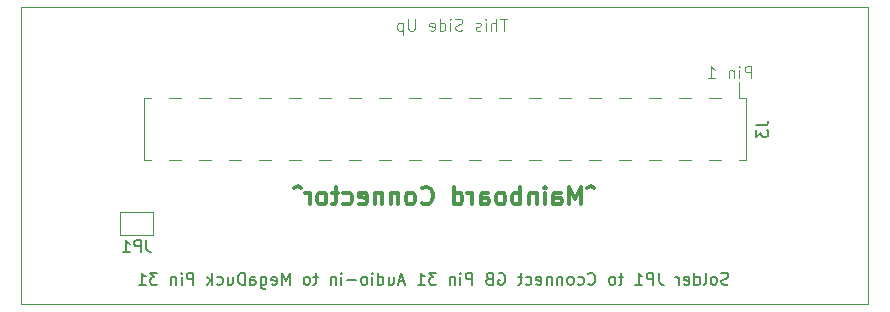
<source format=gbr>
G04 #@! TF.GenerationSoftware,KiCad,Pcbnew,8.0.4*
G04 #@! TF.CreationDate,2024-11-02T15:19:06-05:00*
G04 #@! TF.ProjectId,megaduck,6d656761-6475-4636-9b2e-6b696361645f,v1.0*
G04 #@! TF.SameCoordinates,Original*
G04 #@! TF.FileFunction,Legend,Bot*
G04 #@! TF.FilePolarity,Positive*
%FSLAX46Y46*%
G04 Gerber Fmt 4.6, Leading zero omitted, Abs format (unit mm)*
G04 Created by KiCad (PCBNEW 8.0.4) date 2024-11-02 15:19:06*
%MOMM*%
%LPD*%
G01*
G04 APERTURE LIST*
%ADD10C,0.100000*%
%ADD11C,0.200000*%
%ADD12C,0.300000*%
%ADD13C,0.150000*%
%ADD14C,0.120000*%
G04 #@! TA.AperFunction,Profile*
%ADD15C,0.050000*%
G04 #@! TD*
G04 APERTURE END LIST*
D10*
X174030923Y-27464219D02*
X174030923Y-26464219D01*
X174030923Y-26464219D02*
X173649971Y-26464219D01*
X173649971Y-26464219D02*
X173554733Y-26511838D01*
X173554733Y-26511838D02*
X173507114Y-26559457D01*
X173507114Y-26559457D02*
X173459495Y-26654695D01*
X173459495Y-26654695D02*
X173459495Y-26797552D01*
X173459495Y-26797552D02*
X173507114Y-26892790D01*
X173507114Y-26892790D02*
X173554733Y-26940409D01*
X173554733Y-26940409D02*
X173649971Y-26988028D01*
X173649971Y-26988028D02*
X174030923Y-26988028D01*
X173030923Y-27464219D02*
X173030923Y-26797552D01*
X173030923Y-26464219D02*
X173078542Y-26511838D01*
X173078542Y-26511838D02*
X173030923Y-26559457D01*
X173030923Y-26559457D02*
X172983304Y-26511838D01*
X172983304Y-26511838D02*
X173030923Y-26464219D01*
X173030923Y-26464219D02*
X173030923Y-26559457D01*
X172554733Y-26797552D02*
X172554733Y-27464219D01*
X172554733Y-26892790D02*
X172507114Y-26845171D01*
X172507114Y-26845171D02*
X172411876Y-26797552D01*
X172411876Y-26797552D02*
X172269019Y-26797552D01*
X172269019Y-26797552D02*
X172173781Y-26845171D01*
X172173781Y-26845171D02*
X172126162Y-26940409D01*
X172126162Y-26940409D02*
X172126162Y-27464219D01*
X170364257Y-27464219D02*
X170935685Y-27464219D01*
X170649971Y-27464219D02*
X170649971Y-26464219D01*
X170649971Y-26464219D02*
X170745209Y-26607076D01*
X170745209Y-26607076D02*
X170840447Y-26702314D01*
X170840447Y-26702314D02*
X170935685Y-26749933D01*
D11*
X172078583Y-44912000D02*
X171935726Y-44959619D01*
X171935726Y-44959619D02*
X171697631Y-44959619D01*
X171697631Y-44959619D02*
X171602393Y-44912000D01*
X171602393Y-44912000D02*
X171554774Y-44864380D01*
X171554774Y-44864380D02*
X171507155Y-44769142D01*
X171507155Y-44769142D02*
X171507155Y-44673904D01*
X171507155Y-44673904D02*
X171554774Y-44578666D01*
X171554774Y-44578666D02*
X171602393Y-44531047D01*
X171602393Y-44531047D02*
X171697631Y-44483428D01*
X171697631Y-44483428D02*
X171888107Y-44435809D01*
X171888107Y-44435809D02*
X171983345Y-44388190D01*
X171983345Y-44388190D02*
X172030964Y-44340571D01*
X172030964Y-44340571D02*
X172078583Y-44245333D01*
X172078583Y-44245333D02*
X172078583Y-44150095D01*
X172078583Y-44150095D02*
X172030964Y-44054857D01*
X172030964Y-44054857D02*
X171983345Y-44007238D01*
X171983345Y-44007238D02*
X171888107Y-43959619D01*
X171888107Y-43959619D02*
X171650012Y-43959619D01*
X171650012Y-43959619D02*
X171507155Y-44007238D01*
X170935726Y-44959619D02*
X171030964Y-44912000D01*
X171030964Y-44912000D02*
X171078583Y-44864380D01*
X171078583Y-44864380D02*
X171126202Y-44769142D01*
X171126202Y-44769142D02*
X171126202Y-44483428D01*
X171126202Y-44483428D02*
X171078583Y-44388190D01*
X171078583Y-44388190D02*
X171030964Y-44340571D01*
X171030964Y-44340571D02*
X170935726Y-44292952D01*
X170935726Y-44292952D02*
X170792869Y-44292952D01*
X170792869Y-44292952D02*
X170697631Y-44340571D01*
X170697631Y-44340571D02*
X170650012Y-44388190D01*
X170650012Y-44388190D02*
X170602393Y-44483428D01*
X170602393Y-44483428D02*
X170602393Y-44769142D01*
X170602393Y-44769142D02*
X170650012Y-44864380D01*
X170650012Y-44864380D02*
X170697631Y-44912000D01*
X170697631Y-44912000D02*
X170792869Y-44959619D01*
X170792869Y-44959619D02*
X170935726Y-44959619D01*
X170030964Y-44959619D02*
X170126202Y-44912000D01*
X170126202Y-44912000D02*
X170173821Y-44816761D01*
X170173821Y-44816761D02*
X170173821Y-43959619D01*
X169221440Y-44959619D02*
X169221440Y-43959619D01*
X169221440Y-44912000D02*
X169316678Y-44959619D01*
X169316678Y-44959619D02*
X169507154Y-44959619D01*
X169507154Y-44959619D02*
X169602392Y-44912000D01*
X169602392Y-44912000D02*
X169650011Y-44864380D01*
X169650011Y-44864380D02*
X169697630Y-44769142D01*
X169697630Y-44769142D02*
X169697630Y-44483428D01*
X169697630Y-44483428D02*
X169650011Y-44388190D01*
X169650011Y-44388190D02*
X169602392Y-44340571D01*
X169602392Y-44340571D02*
X169507154Y-44292952D01*
X169507154Y-44292952D02*
X169316678Y-44292952D01*
X169316678Y-44292952D02*
X169221440Y-44340571D01*
X168364297Y-44912000D02*
X168459535Y-44959619D01*
X168459535Y-44959619D02*
X168650011Y-44959619D01*
X168650011Y-44959619D02*
X168745249Y-44912000D01*
X168745249Y-44912000D02*
X168792868Y-44816761D01*
X168792868Y-44816761D02*
X168792868Y-44435809D01*
X168792868Y-44435809D02*
X168745249Y-44340571D01*
X168745249Y-44340571D02*
X168650011Y-44292952D01*
X168650011Y-44292952D02*
X168459535Y-44292952D01*
X168459535Y-44292952D02*
X168364297Y-44340571D01*
X168364297Y-44340571D02*
X168316678Y-44435809D01*
X168316678Y-44435809D02*
X168316678Y-44531047D01*
X168316678Y-44531047D02*
X168792868Y-44626285D01*
X167888106Y-44959619D02*
X167888106Y-44292952D01*
X167888106Y-44483428D02*
X167840487Y-44388190D01*
X167840487Y-44388190D02*
X167792868Y-44340571D01*
X167792868Y-44340571D02*
X167697630Y-44292952D01*
X167697630Y-44292952D02*
X167602392Y-44292952D01*
X166221439Y-43959619D02*
X166221439Y-44673904D01*
X166221439Y-44673904D02*
X166269058Y-44816761D01*
X166269058Y-44816761D02*
X166364296Y-44912000D01*
X166364296Y-44912000D02*
X166507153Y-44959619D01*
X166507153Y-44959619D02*
X166602391Y-44959619D01*
X165745248Y-44959619D02*
X165745248Y-43959619D01*
X165745248Y-43959619D02*
X165364296Y-43959619D01*
X165364296Y-43959619D02*
X165269058Y-44007238D01*
X165269058Y-44007238D02*
X165221439Y-44054857D01*
X165221439Y-44054857D02*
X165173820Y-44150095D01*
X165173820Y-44150095D02*
X165173820Y-44292952D01*
X165173820Y-44292952D02*
X165221439Y-44388190D01*
X165221439Y-44388190D02*
X165269058Y-44435809D01*
X165269058Y-44435809D02*
X165364296Y-44483428D01*
X165364296Y-44483428D02*
X165745248Y-44483428D01*
X164221439Y-44959619D02*
X164792867Y-44959619D01*
X164507153Y-44959619D02*
X164507153Y-43959619D01*
X164507153Y-43959619D02*
X164602391Y-44102476D01*
X164602391Y-44102476D02*
X164697629Y-44197714D01*
X164697629Y-44197714D02*
X164792867Y-44245333D01*
X163173819Y-44292952D02*
X162792867Y-44292952D01*
X163030962Y-43959619D02*
X163030962Y-44816761D01*
X163030962Y-44816761D02*
X162983343Y-44912000D01*
X162983343Y-44912000D02*
X162888105Y-44959619D01*
X162888105Y-44959619D02*
X162792867Y-44959619D01*
X162316676Y-44959619D02*
X162411914Y-44912000D01*
X162411914Y-44912000D02*
X162459533Y-44864380D01*
X162459533Y-44864380D02*
X162507152Y-44769142D01*
X162507152Y-44769142D02*
X162507152Y-44483428D01*
X162507152Y-44483428D02*
X162459533Y-44388190D01*
X162459533Y-44388190D02*
X162411914Y-44340571D01*
X162411914Y-44340571D02*
X162316676Y-44292952D01*
X162316676Y-44292952D02*
X162173819Y-44292952D01*
X162173819Y-44292952D02*
X162078581Y-44340571D01*
X162078581Y-44340571D02*
X162030962Y-44388190D01*
X162030962Y-44388190D02*
X161983343Y-44483428D01*
X161983343Y-44483428D02*
X161983343Y-44769142D01*
X161983343Y-44769142D02*
X162030962Y-44864380D01*
X162030962Y-44864380D02*
X162078581Y-44912000D01*
X162078581Y-44912000D02*
X162173819Y-44959619D01*
X162173819Y-44959619D02*
X162316676Y-44959619D01*
X160221438Y-44864380D02*
X160269057Y-44912000D01*
X160269057Y-44912000D02*
X160411914Y-44959619D01*
X160411914Y-44959619D02*
X160507152Y-44959619D01*
X160507152Y-44959619D02*
X160650009Y-44912000D01*
X160650009Y-44912000D02*
X160745247Y-44816761D01*
X160745247Y-44816761D02*
X160792866Y-44721523D01*
X160792866Y-44721523D02*
X160840485Y-44531047D01*
X160840485Y-44531047D02*
X160840485Y-44388190D01*
X160840485Y-44388190D02*
X160792866Y-44197714D01*
X160792866Y-44197714D02*
X160745247Y-44102476D01*
X160745247Y-44102476D02*
X160650009Y-44007238D01*
X160650009Y-44007238D02*
X160507152Y-43959619D01*
X160507152Y-43959619D02*
X160411914Y-43959619D01*
X160411914Y-43959619D02*
X160269057Y-44007238D01*
X160269057Y-44007238D02*
X160221438Y-44054857D01*
X159364295Y-44912000D02*
X159459533Y-44959619D01*
X159459533Y-44959619D02*
X159650009Y-44959619D01*
X159650009Y-44959619D02*
X159745247Y-44912000D01*
X159745247Y-44912000D02*
X159792866Y-44864380D01*
X159792866Y-44864380D02*
X159840485Y-44769142D01*
X159840485Y-44769142D02*
X159840485Y-44483428D01*
X159840485Y-44483428D02*
X159792866Y-44388190D01*
X159792866Y-44388190D02*
X159745247Y-44340571D01*
X159745247Y-44340571D02*
X159650009Y-44292952D01*
X159650009Y-44292952D02*
X159459533Y-44292952D01*
X159459533Y-44292952D02*
X159364295Y-44340571D01*
X158792866Y-44959619D02*
X158888104Y-44912000D01*
X158888104Y-44912000D02*
X158935723Y-44864380D01*
X158935723Y-44864380D02*
X158983342Y-44769142D01*
X158983342Y-44769142D02*
X158983342Y-44483428D01*
X158983342Y-44483428D02*
X158935723Y-44388190D01*
X158935723Y-44388190D02*
X158888104Y-44340571D01*
X158888104Y-44340571D02*
X158792866Y-44292952D01*
X158792866Y-44292952D02*
X158650009Y-44292952D01*
X158650009Y-44292952D02*
X158554771Y-44340571D01*
X158554771Y-44340571D02*
X158507152Y-44388190D01*
X158507152Y-44388190D02*
X158459533Y-44483428D01*
X158459533Y-44483428D02*
X158459533Y-44769142D01*
X158459533Y-44769142D02*
X158507152Y-44864380D01*
X158507152Y-44864380D02*
X158554771Y-44912000D01*
X158554771Y-44912000D02*
X158650009Y-44959619D01*
X158650009Y-44959619D02*
X158792866Y-44959619D01*
X158030961Y-44292952D02*
X158030961Y-44959619D01*
X158030961Y-44388190D02*
X157983342Y-44340571D01*
X157983342Y-44340571D02*
X157888104Y-44292952D01*
X157888104Y-44292952D02*
X157745247Y-44292952D01*
X157745247Y-44292952D02*
X157650009Y-44340571D01*
X157650009Y-44340571D02*
X157602390Y-44435809D01*
X157602390Y-44435809D02*
X157602390Y-44959619D01*
X157126199Y-44292952D02*
X157126199Y-44959619D01*
X157126199Y-44388190D02*
X157078580Y-44340571D01*
X157078580Y-44340571D02*
X156983342Y-44292952D01*
X156983342Y-44292952D02*
X156840485Y-44292952D01*
X156840485Y-44292952D02*
X156745247Y-44340571D01*
X156745247Y-44340571D02*
X156697628Y-44435809D01*
X156697628Y-44435809D02*
X156697628Y-44959619D01*
X155840485Y-44912000D02*
X155935723Y-44959619D01*
X155935723Y-44959619D02*
X156126199Y-44959619D01*
X156126199Y-44959619D02*
X156221437Y-44912000D01*
X156221437Y-44912000D02*
X156269056Y-44816761D01*
X156269056Y-44816761D02*
X156269056Y-44435809D01*
X156269056Y-44435809D02*
X156221437Y-44340571D01*
X156221437Y-44340571D02*
X156126199Y-44292952D01*
X156126199Y-44292952D02*
X155935723Y-44292952D01*
X155935723Y-44292952D02*
X155840485Y-44340571D01*
X155840485Y-44340571D02*
X155792866Y-44435809D01*
X155792866Y-44435809D02*
X155792866Y-44531047D01*
X155792866Y-44531047D02*
X156269056Y-44626285D01*
X154935723Y-44912000D02*
X155030961Y-44959619D01*
X155030961Y-44959619D02*
X155221437Y-44959619D01*
X155221437Y-44959619D02*
X155316675Y-44912000D01*
X155316675Y-44912000D02*
X155364294Y-44864380D01*
X155364294Y-44864380D02*
X155411913Y-44769142D01*
X155411913Y-44769142D02*
X155411913Y-44483428D01*
X155411913Y-44483428D02*
X155364294Y-44388190D01*
X155364294Y-44388190D02*
X155316675Y-44340571D01*
X155316675Y-44340571D02*
X155221437Y-44292952D01*
X155221437Y-44292952D02*
X155030961Y-44292952D01*
X155030961Y-44292952D02*
X154935723Y-44340571D01*
X154650008Y-44292952D02*
X154269056Y-44292952D01*
X154507151Y-43959619D02*
X154507151Y-44816761D01*
X154507151Y-44816761D02*
X154459532Y-44912000D01*
X154459532Y-44912000D02*
X154364294Y-44959619D01*
X154364294Y-44959619D02*
X154269056Y-44959619D01*
X152650008Y-44007238D02*
X152745246Y-43959619D01*
X152745246Y-43959619D02*
X152888103Y-43959619D01*
X152888103Y-43959619D02*
X153030960Y-44007238D01*
X153030960Y-44007238D02*
X153126198Y-44102476D01*
X153126198Y-44102476D02*
X153173817Y-44197714D01*
X153173817Y-44197714D02*
X153221436Y-44388190D01*
X153221436Y-44388190D02*
X153221436Y-44531047D01*
X153221436Y-44531047D02*
X153173817Y-44721523D01*
X153173817Y-44721523D02*
X153126198Y-44816761D01*
X153126198Y-44816761D02*
X153030960Y-44912000D01*
X153030960Y-44912000D02*
X152888103Y-44959619D01*
X152888103Y-44959619D02*
X152792865Y-44959619D01*
X152792865Y-44959619D02*
X152650008Y-44912000D01*
X152650008Y-44912000D02*
X152602389Y-44864380D01*
X152602389Y-44864380D02*
X152602389Y-44531047D01*
X152602389Y-44531047D02*
X152792865Y-44531047D01*
X151840484Y-44435809D02*
X151697627Y-44483428D01*
X151697627Y-44483428D02*
X151650008Y-44531047D01*
X151650008Y-44531047D02*
X151602389Y-44626285D01*
X151602389Y-44626285D02*
X151602389Y-44769142D01*
X151602389Y-44769142D02*
X151650008Y-44864380D01*
X151650008Y-44864380D02*
X151697627Y-44912000D01*
X151697627Y-44912000D02*
X151792865Y-44959619D01*
X151792865Y-44959619D02*
X152173817Y-44959619D01*
X152173817Y-44959619D02*
X152173817Y-43959619D01*
X152173817Y-43959619D02*
X151840484Y-43959619D01*
X151840484Y-43959619D02*
X151745246Y-44007238D01*
X151745246Y-44007238D02*
X151697627Y-44054857D01*
X151697627Y-44054857D02*
X151650008Y-44150095D01*
X151650008Y-44150095D02*
X151650008Y-44245333D01*
X151650008Y-44245333D02*
X151697627Y-44340571D01*
X151697627Y-44340571D02*
X151745246Y-44388190D01*
X151745246Y-44388190D02*
X151840484Y-44435809D01*
X151840484Y-44435809D02*
X152173817Y-44435809D01*
X150411912Y-44959619D02*
X150411912Y-43959619D01*
X150411912Y-43959619D02*
X150030960Y-43959619D01*
X150030960Y-43959619D02*
X149935722Y-44007238D01*
X149935722Y-44007238D02*
X149888103Y-44054857D01*
X149888103Y-44054857D02*
X149840484Y-44150095D01*
X149840484Y-44150095D02*
X149840484Y-44292952D01*
X149840484Y-44292952D02*
X149888103Y-44388190D01*
X149888103Y-44388190D02*
X149935722Y-44435809D01*
X149935722Y-44435809D02*
X150030960Y-44483428D01*
X150030960Y-44483428D02*
X150411912Y-44483428D01*
X149411912Y-44959619D02*
X149411912Y-44292952D01*
X149411912Y-43959619D02*
X149459531Y-44007238D01*
X149459531Y-44007238D02*
X149411912Y-44054857D01*
X149411912Y-44054857D02*
X149364293Y-44007238D01*
X149364293Y-44007238D02*
X149411912Y-43959619D01*
X149411912Y-43959619D02*
X149411912Y-44054857D01*
X148935722Y-44292952D02*
X148935722Y-44959619D01*
X148935722Y-44388190D02*
X148888103Y-44340571D01*
X148888103Y-44340571D02*
X148792865Y-44292952D01*
X148792865Y-44292952D02*
X148650008Y-44292952D01*
X148650008Y-44292952D02*
X148554770Y-44340571D01*
X148554770Y-44340571D02*
X148507151Y-44435809D01*
X148507151Y-44435809D02*
X148507151Y-44959619D01*
X147364293Y-43959619D02*
X146745246Y-43959619D01*
X146745246Y-43959619D02*
X147078579Y-44340571D01*
X147078579Y-44340571D02*
X146935722Y-44340571D01*
X146935722Y-44340571D02*
X146840484Y-44388190D01*
X146840484Y-44388190D02*
X146792865Y-44435809D01*
X146792865Y-44435809D02*
X146745246Y-44531047D01*
X146745246Y-44531047D02*
X146745246Y-44769142D01*
X146745246Y-44769142D02*
X146792865Y-44864380D01*
X146792865Y-44864380D02*
X146840484Y-44912000D01*
X146840484Y-44912000D02*
X146935722Y-44959619D01*
X146935722Y-44959619D02*
X147221436Y-44959619D01*
X147221436Y-44959619D02*
X147316674Y-44912000D01*
X147316674Y-44912000D02*
X147364293Y-44864380D01*
X145792865Y-44959619D02*
X146364293Y-44959619D01*
X146078579Y-44959619D02*
X146078579Y-43959619D01*
X146078579Y-43959619D02*
X146173817Y-44102476D01*
X146173817Y-44102476D02*
X146269055Y-44197714D01*
X146269055Y-44197714D02*
X146364293Y-44245333D01*
X144650007Y-44673904D02*
X144173817Y-44673904D01*
X144745245Y-44959619D02*
X144411912Y-43959619D01*
X144411912Y-43959619D02*
X144078579Y-44959619D01*
X143316674Y-44292952D02*
X143316674Y-44959619D01*
X143745245Y-44292952D02*
X143745245Y-44816761D01*
X143745245Y-44816761D02*
X143697626Y-44912000D01*
X143697626Y-44912000D02*
X143602388Y-44959619D01*
X143602388Y-44959619D02*
X143459531Y-44959619D01*
X143459531Y-44959619D02*
X143364293Y-44912000D01*
X143364293Y-44912000D02*
X143316674Y-44864380D01*
X142411912Y-44959619D02*
X142411912Y-43959619D01*
X142411912Y-44912000D02*
X142507150Y-44959619D01*
X142507150Y-44959619D02*
X142697626Y-44959619D01*
X142697626Y-44959619D02*
X142792864Y-44912000D01*
X142792864Y-44912000D02*
X142840483Y-44864380D01*
X142840483Y-44864380D02*
X142888102Y-44769142D01*
X142888102Y-44769142D02*
X142888102Y-44483428D01*
X142888102Y-44483428D02*
X142840483Y-44388190D01*
X142840483Y-44388190D02*
X142792864Y-44340571D01*
X142792864Y-44340571D02*
X142697626Y-44292952D01*
X142697626Y-44292952D02*
X142507150Y-44292952D01*
X142507150Y-44292952D02*
X142411912Y-44340571D01*
X141935721Y-44959619D02*
X141935721Y-44292952D01*
X141935721Y-43959619D02*
X141983340Y-44007238D01*
X141983340Y-44007238D02*
X141935721Y-44054857D01*
X141935721Y-44054857D02*
X141888102Y-44007238D01*
X141888102Y-44007238D02*
X141935721Y-43959619D01*
X141935721Y-43959619D02*
X141935721Y-44054857D01*
X141316674Y-44959619D02*
X141411912Y-44912000D01*
X141411912Y-44912000D02*
X141459531Y-44864380D01*
X141459531Y-44864380D02*
X141507150Y-44769142D01*
X141507150Y-44769142D02*
X141507150Y-44483428D01*
X141507150Y-44483428D02*
X141459531Y-44388190D01*
X141459531Y-44388190D02*
X141411912Y-44340571D01*
X141411912Y-44340571D02*
X141316674Y-44292952D01*
X141316674Y-44292952D02*
X141173817Y-44292952D01*
X141173817Y-44292952D02*
X141078579Y-44340571D01*
X141078579Y-44340571D02*
X141030960Y-44388190D01*
X141030960Y-44388190D02*
X140983341Y-44483428D01*
X140983341Y-44483428D02*
X140983341Y-44769142D01*
X140983341Y-44769142D02*
X141030960Y-44864380D01*
X141030960Y-44864380D02*
X141078579Y-44912000D01*
X141078579Y-44912000D02*
X141173817Y-44959619D01*
X141173817Y-44959619D02*
X141316674Y-44959619D01*
X140554769Y-44578666D02*
X139792865Y-44578666D01*
X139316674Y-44959619D02*
X139316674Y-44292952D01*
X139316674Y-43959619D02*
X139364293Y-44007238D01*
X139364293Y-44007238D02*
X139316674Y-44054857D01*
X139316674Y-44054857D02*
X139269055Y-44007238D01*
X139269055Y-44007238D02*
X139316674Y-43959619D01*
X139316674Y-43959619D02*
X139316674Y-44054857D01*
X138840484Y-44292952D02*
X138840484Y-44959619D01*
X138840484Y-44388190D02*
X138792865Y-44340571D01*
X138792865Y-44340571D02*
X138697627Y-44292952D01*
X138697627Y-44292952D02*
X138554770Y-44292952D01*
X138554770Y-44292952D02*
X138459532Y-44340571D01*
X138459532Y-44340571D02*
X138411913Y-44435809D01*
X138411913Y-44435809D02*
X138411913Y-44959619D01*
X137316674Y-44292952D02*
X136935722Y-44292952D01*
X137173817Y-43959619D02*
X137173817Y-44816761D01*
X137173817Y-44816761D02*
X137126198Y-44912000D01*
X137126198Y-44912000D02*
X137030960Y-44959619D01*
X137030960Y-44959619D02*
X136935722Y-44959619D01*
X136459531Y-44959619D02*
X136554769Y-44912000D01*
X136554769Y-44912000D02*
X136602388Y-44864380D01*
X136602388Y-44864380D02*
X136650007Y-44769142D01*
X136650007Y-44769142D02*
X136650007Y-44483428D01*
X136650007Y-44483428D02*
X136602388Y-44388190D01*
X136602388Y-44388190D02*
X136554769Y-44340571D01*
X136554769Y-44340571D02*
X136459531Y-44292952D01*
X136459531Y-44292952D02*
X136316674Y-44292952D01*
X136316674Y-44292952D02*
X136221436Y-44340571D01*
X136221436Y-44340571D02*
X136173817Y-44388190D01*
X136173817Y-44388190D02*
X136126198Y-44483428D01*
X136126198Y-44483428D02*
X136126198Y-44769142D01*
X136126198Y-44769142D02*
X136173817Y-44864380D01*
X136173817Y-44864380D02*
X136221436Y-44912000D01*
X136221436Y-44912000D02*
X136316674Y-44959619D01*
X136316674Y-44959619D02*
X136459531Y-44959619D01*
X134935721Y-44959619D02*
X134935721Y-43959619D01*
X134935721Y-43959619D02*
X134602388Y-44673904D01*
X134602388Y-44673904D02*
X134269055Y-43959619D01*
X134269055Y-43959619D02*
X134269055Y-44959619D01*
X133411912Y-44912000D02*
X133507150Y-44959619D01*
X133507150Y-44959619D02*
X133697626Y-44959619D01*
X133697626Y-44959619D02*
X133792864Y-44912000D01*
X133792864Y-44912000D02*
X133840483Y-44816761D01*
X133840483Y-44816761D02*
X133840483Y-44435809D01*
X133840483Y-44435809D02*
X133792864Y-44340571D01*
X133792864Y-44340571D02*
X133697626Y-44292952D01*
X133697626Y-44292952D02*
X133507150Y-44292952D01*
X133507150Y-44292952D02*
X133411912Y-44340571D01*
X133411912Y-44340571D02*
X133364293Y-44435809D01*
X133364293Y-44435809D02*
X133364293Y-44531047D01*
X133364293Y-44531047D02*
X133840483Y-44626285D01*
X132507150Y-44292952D02*
X132507150Y-45102476D01*
X132507150Y-45102476D02*
X132554769Y-45197714D01*
X132554769Y-45197714D02*
X132602388Y-45245333D01*
X132602388Y-45245333D02*
X132697626Y-45292952D01*
X132697626Y-45292952D02*
X132840483Y-45292952D01*
X132840483Y-45292952D02*
X132935721Y-45245333D01*
X132507150Y-44912000D02*
X132602388Y-44959619D01*
X132602388Y-44959619D02*
X132792864Y-44959619D01*
X132792864Y-44959619D02*
X132888102Y-44912000D01*
X132888102Y-44912000D02*
X132935721Y-44864380D01*
X132935721Y-44864380D02*
X132983340Y-44769142D01*
X132983340Y-44769142D02*
X132983340Y-44483428D01*
X132983340Y-44483428D02*
X132935721Y-44388190D01*
X132935721Y-44388190D02*
X132888102Y-44340571D01*
X132888102Y-44340571D02*
X132792864Y-44292952D01*
X132792864Y-44292952D02*
X132602388Y-44292952D01*
X132602388Y-44292952D02*
X132507150Y-44340571D01*
X131602388Y-44959619D02*
X131602388Y-44435809D01*
X131602388Y-44435809D02*
X131650007Y-44340571D01*
X131650007Y-44340571D02*
X131745245Y-44292952D01*
X131745245Y-44292952D02*
X131935721Y-44292952D01*
X131935721Y-44292952D02*
X132030959Y-44340571D01*
X131602388Y-44912000D02*
X131697626Y-44959619D01*
X131697626Y-44959619D02*
X131935721Y-44959619D01*
X131935721Y-44959619D02*
X132030959Y-44912000D01*
X132030959Y-44912000D02*
X132078578Y-44816761D01*
X132078578Y-44816761D02*
X132078578Y-44721523D01*
X132078578Y-44721523D02*
X132030959Y-44626285D01*
X132030959Y-44626285D02*
X131935721Y-44578666D01*
X131935721Y-44578666D02*
X131697626Y-44578666D01*
X131697626Y-44578666D02*
X131602388Y-44531047D01*
X131126197Y-44959619D02*
X131126197Y-43959619D01*
X131126197Y-43959619D02*
X130888102Y-43959619D01*
X130888102Y-43959619D02*
X130745245Y-44007238D01*
X130745245Y-44007238D02*
X130650007Y-44102476D01*
X130650007Y-44102476D02*
X130602388Y-44197714D01*
X130602388Y-44197714D02*
X130554769Y-44388190D01*
X130554769Y-44388190D02*
X130554769Y-44531047D01*
X130554769Y-44531047D02*
X130602388Y-44721523D01*
X130602388Y-44721523D02*
X130650007Y-44816761D01*
X130650007Y-44816761D02*
X130745245Y-44912000D01*
X130745245Y-44912000D02*
X130888102Y-44959619D01*
X130888102Y-44959619D02*
X131126197Y-44959619D01*
X129697626Y-44292952D02*
X129697626Y-44959619D01*
X130126197Y-44292952D02*
X130126197Y-44816761D01*
X130126197Y-44816761D02*
X130078578Y-44912000D01*
X130078578Y-44912000D02*
X129983340Y-44959619D01*
X129983340Y-44959619D02*
X129840483Y-44959619D01*
X129840483Y-44959619D02*
X129745245Y-44912000D01*
X129745245Y-44912000D02*
X129697626Y-44864380D01*
X128792864Y-44912000D02*
X128888102Y-44959619D01*
X128888102Y-44959619D02*
X129078578Y-44959619D01*
X129078578Y-44959619D02*
X129173816Y-44912000D01*
X129173816Y-44912000D02*
X129221435Y-44864380D01*
X129221435Y-44864380D02*
X129269054Y-44769142D01*
X129269054Y-44769142D02*
X129269054Y-44483428D01*
X129269054Y-44483428D02*
X129221435Y-44388190D01*
X129221435Y-44388190D02*
X129173816Y-44340571D01*
X129173816Y-44340571D02*
X129078578Y-44292952D01*
X129078578Y-44292952D02*
X128888102Y-44292952D01*
X128888102Y-44292952D02*
X128792864Y-44340571D01*
X128364292Y-44959619D02*
X128364292Y-43959619D01*
X128269054Y-44578666D02*
X127983340Y-44959619D01*
X127983340Y-44292952D02*
X128364292Y-44673904D01*
X126792863Y-44959619D02*
X126792863Y-43959619D01*
X126792863Y-43959619D02*
X126411911Y-43959619D01*
X126411911Y-43959619D02*
X126316673Y-44007238D01*
X126316673Y-44007238D02*
X126269054Y-44054857D01*
X126269054Y-44054857D02*
X126221435Y-44150095D01*
X126221435Y-44150095D02*
X126221435Y-44292952D01*
X126221435Y-44292952D02*
X126269054Y-44388190D01*
X126269054Y-44388190D02*
X126316673Y-44435809D01*
X126316673Y-44435809D02*
X126411911Y-44483428D01*
X126411911Y-44483428D02*
X126792863Y-44483428D01*
X125792863Y-44959619D02*
X125792863Y-44292952D01*
X125792863Y-43959619D02*
X125840482Y-44007238D01*
X125840482Y-44007238D02*
X125792863Y-44054857D01*
X125792863Y-44054857D02*
X125745244Y-44007238D01*
X125745244Y-44007238D02*
X125792863Y-43959619D01*
X125792863Y-43959619D02*
X125792863Y-44054857D01*
X125316673Y-44292952D02*
X125316673Y-44959619D01*
X125316673Y-44388190D02*
X125269054Y-44340571D01*
X125269054Y-44340571D02*
X125173816Y-44292952D01*
X125173816Y-44292952D02*
X125030959Y-44292952D01*
X125030959Y-44292952D02*
X124935721Y-44340571D01*
X124935721Y-44340571D02*
X124888102Y-44435809D01*
X124888102Y-44435809D02*
X124888102Y-44959619D01*
X123745244Y-43959619D02*
X123126197Y-43959619D01*
X123126197Y-43959619D02*
X123459530Y-44340571D01*
X123459530Y-44340571D02*
X123316673Y-44340571D01*
X123316673Y-44340571D02*
X123221435Y-44388190D01*
X123221435Y-44388190D02*
X123173816Y-44435809D01*
X123173816Y-44435809D02*
X123126197Y-44531047D01*
X123126197Y-44531047D02*
X123126197Y-44769142D01*
X123126197Y-44769142D02*
X123173816Y-44864380D01*
X123173816Y-44864380D02*
X123221435Y-44912000D01*
X123221435Y-44912000D02*
X123316673Y-44959619D01*
X123316673Y-44959619D02*
X123602387Y-44959619D01*
X123602387Y-44959619D02*
X123697625Y-44912000D01*
X123697625Y-44912000D02*
X123745244Y-44864380D01*
X122173816Y-44959619D02*
X122745244Y-44959619D01*
X122459530Y-44959619D02*
X122459530Y-43959619D01*
X122459530Y-43959619D02*
X122554768Y-44102476D01*
X122554768Y-44102476D02*
X122650006Y-44197714D01*
X122650006Y-44197714D02*
X122745244Y-44245333D01*
D10*
X153364485Y-22451019D02*
X152793057Y-22451019D01*
X153078771Y-23451019D02*
X153078771Y-22451019D01*
X152459723Y-23451019D02*
X152459723Y-22451019D01*
X152031152Y-23451019D02*
X152031152Y-22927209D01*
X152031152Y-22927209D02*
X152078771Y-22831971D01*
X152078771Y-22831971D02*
X152174009Y-22784352D01*
X152174009Y-22784352D02*
X152316866Y-22784352D01*
X152316866Y-22784352D02*
X152412104Y-22831971D01*
X152412104Y-22831971D02*
X152459723Y-22879590D01*
X151554961Y-23451019D02*
X151554961Y-22784352D01*
X151554961Y-22451019D02*
X151602580Y-22498638D01*
X151602580Y-22498638D02*
X151554961Y-22546257D01*
X151554961Y-22546257D02*
X151507342Y-22498638D01*
X151507342Y-22498638D02*
X151554961Y-22451019D01*
X151554961Y-22451019D02*
X151554961Y-22546257D01*
X151126390Y-23403400D02*
X151031152Y-23451019D01*
X151031152Y-23451019D02*
X150840676Y-23451019D01*
X150840676Y-23451019D02*
X150745438Y-23403400D01*
X150745438Y-23403400D02*
X150697819Y-23308161D01*
X150697819Y-23308161D02*
X150697819Y-23260542D01*
X150697819Y-23260542D02*
X150745438Y-23165304D01*
X150745438Y-23165304D02*
X150840676Y-23117685D01*
X150840676Y-23117685D02*
X150983533Y-23117685D01*
X150983533Y-23117685D02*
X151078771Y-23070066D01*
X151078771Y-23070066D02*
X151126390Y-22974828D01*
X151126390Y-22974828D02*
X151126390Y-22927209D01*
X151126390Y-22927209D02*
X151078771Y-22831971D01*
X151078771Y-22831971D02*
X150983533Y-22784352D01*
X150983533Y-22784352D02*
X150840676Y-22784352D01*
X150840676Y-22784352D02*
X150745438Y-22831971D01*
X149554961Y-23403400D02*
X149412104Y-23451019D01*
X149412104Y-23451019D02*
X149174009Y-23451019D01*
X149174009Y-23451019D02*
X149078771Y-23403400D01*
X149078771Y-23403400D02*
X149031152Y-23355780D01*
X149031152Y-23355780D02*
X148983533Y-23260542D01*
X148983533Y-23260542D02*
X148983533Y-23165304D01*
X148983533Y-23165304D02*
X149031152Y-23070066D01*
X149031152Y-23070066D02*
X149078771Y-23022447D01*
X149078771Y-23022447D02*
X149174009Y-22974828D01*
X149174009Y-22974828D02*
X149364485Y-22927209D01*
X149364485Y-22927209D02*
X149459723Y-22879590D01*
X149459723Y-22879590D02*
X149507342Y-22831971D01*
X149507342Y-22831971D02*
X149554961Y-22736733D01*
X149554961Y-22736733D02*
X149554961Y-22641495D01*
X149554961Y-22641495D02*
X149507342Y-22546257D01*
X149507342Y-22546257D02*
X149459723Y-22498638D01*
X149459723Y-22498638D02*
X149364485Y-22451019D01*
X149364485Y-22451019D02*
X149126390Y-22451019D01*
X149126390Y-22451019D02*
X148983533Y-22498638D01*
X148554961Y-23451019D02*
X148554961Y-22784352D01*
X148554961Y-22451019D02*
X148602580Y-22498638D01*
X148602580Y-22498638D02*
X148554961Y-22546257D01*
X148554961Y-22546257D02*
X148507342Y-22498638D01*
X148507342Y-22498638D02*
X148554961Y-22451019D01*
X148554961Y-22451019D02*
X148554961Y-22546257D01*
X147650200Y-23451019D02*
X147650200Y-22451019D01*
X147650200Y-23403400D02*
X147745438Y-23451019D01*
X147745438Y-23451019D02*
X147935914Y-23451019D01*
X147935914Y-23451019D02*
X148031152Y-23403400D01*
X148031152Y-23403400D02*
X148078771Y-23355780D01*
X148078771Y-23355780D02*
X148126390Y-23260542D01*
X148126390Y-23260542D02*
X148126390Y-22974828D01*
X148126390Y-22974828D02*
X148078771Y-22879590D01*
X148078771Y-22879590D02*
X148031152Y-22831971D01*
X148031152Y-22831971D02*
X147935914Y-22784352D01*
X147935914Y-22784352D02*
X147745438Y-22784352D01*
X147745438Y-22784352D02*
X147650200Y-22831971D01*
X146793057Y-23403400D02*
X146888295Y-23451019D01*
X146888295Y-23451019D02*
X147078771Y-23451019D01*
X147078771Y-23451019D02*
X147174009Y-23403400D01*
X147174009Y-23403400D02*
X147221628Y-23308161D01*
X147221628Y-23308161D02*
X147221628Y-22927209D01*
X147221628Y-22927209D02*
X147174009Y-22831971D01*
X147174009Y-22831971D02*
X147078771Y-22784352D01*
X147078771Y-22784352D02*
X146888295Y-22784352D01*
X146888295Y-22784352D02*
X146793057Y-22831971D01*
X146793057Y-22831971D02*
X146745438Y-22927209D01*
X146745438Y-22927209D02*
X146745438Y-23022447D01*
X146745438Y-23022447D02*
X147221628Y-23117685D01*
X145554961Y-22451019D02*
X145554961Y-23260542D01*
X145554961Y-23260542D02*
X145507342Y-23355780D01*
X145507342Y-23355780D02*
X145459723Y-23403400D01*
X145459723Y-23403400D02*
X145364485Y-23451019D01*
X145364485Y-23451019D02*
X145174009Y-23451019D01*
X145174009Y-23451019D02*
X145078771Y-23403400D01*
X145078771Y-23403400D02*
X145031152Y-23355780D01*
X145031152Y-23355780D02*
X144983533Y-23260542D01*
X144983533Y-23260542D02*
X144983533Y-22451019D01*
X144507342Y-22784352D02*
X144507342Y-23784352D01*
X144507342Y-22831971D02*
X144412104Y-22784352D01*
X144412104Y-22784352D02*
X144221628Y-22784352D01*
X144221628Y-22784352D02*
X144126390Y-22831971D01*
X144126390Y-22831971D02*
X144078771Y-22879590D01*
X144078771Y-22879590D02*
X144031152Y-22974828D01*
X144031152Y-22974828D02*
X144031152Y-23260542D01*
X144031152Y-23260542D02*
X144078771Y-23355780D01*
X144078771Y-23355780D02*
X144126390Y-23403400D01*
X144126390Y-23403400D02*
X144221628Y-23451019D01*
X144221628Y-23451019D02*
X144412104Y-23451019D01*
X144412104Y-23451019D02*
X144507342Y-23403400D01*
D12*
X160705174Y-36805085D02*
X160419460Y-36590800D01*
X160419460Y-36590800D02*
X160133746Y-36805085D01*
X159633746Y-38162228D02*
X159633746Y-36662228D01*
X159633746Y-36662228D02*
X159133746Y-37733657D01*
X159133746Y-37733657D02*
X158633746Y-36662228D01*
X158633746Y-36662228D02*
X158633746Y-38162228D01*
X157276603Y-38162228D02*
X157276603Y-37376514D01*
X157276603Y-37376514D02*
X157348031Y-37233657D01*
X157348031Y-37233657D02*
X157490888Y-37162228D01*
X157490888Y-37162228D02*
X157776603Y-37162228D01*
X157776603Y-37162228D02*
X157919460Y-37233657D01*
X157276603Y-38090800D02*
X157419460Y-38162228D01*
X157419460Y-38162228D02*
X157776603Y-38162228D01*
X157776603Y-38162228D02*
X157919460Y-38090800D01*
X157919460Y-38090800D02*
X157990888Y-37947942D01*
X157990888Y-37947942D02*
X157990888Y-37805085D01*
X157990888Y-37805085D02*
X157919460Y-37662228D01*
X157919460Y-37662228D02*
X157776603Y-37590800D01*
X157776603Y-37590800D02*
X157419460Y-37590800D01*
X157419460Y-37590800D02*
X157276603Y-37519371D01*
X156562317Y-38162228D02*
X156562317Y-37162228D01*
X156562317Y-36662228D02*
X156633745Y-36733657D01*
X156633745Y-36733657D02*
X156562317Y-36805085D01*
X156562317Y-36805085D02*
X156490888Y-36733657D01*
X156490888Y-36733657D02*
X156562317Y-36662228D01*
X156562317Y-36662228D02*
X156562317Y-36805085D01*
X155848031Y-37162228D02*
X155848031Y-38162228D01*
X155848031Y-37305085D02*
X155776602Y-37233657D01*
X155776602Y-37233657D02*
X155633745Y-37162228D01*
X155633745Y-37162228D02*
X155419459Y-37162228D01*
X155419459Y-37162228D02*
X155276602Y-37233657D01*
X155276602Y-37233657D02*
X155205174Y-37376514D01*
X155205174Y-37376514D02*
X155205174Y-38162228D01*
X154490888Y-38162228D02*
X154490888Y-36662228D01*
X154490888Y-37233657D02*
X154348031Y-37162228D01*
X154348031Y-37162228D02*
X154062316Y-37162228D01*
X154062316Y-37162228D02*
X153919459Y-37233657D01*
X153919459Y-37233657D02*
X153848031Y-37305085D01*
X153848031Y-37305085D02*
X153776602Y-37447942D01*
X153776602Y-37447942D02*
X153776602Y-37876514D01*
X153776602Y-37876514D02*
X153848031Y-38019371D01*
X153848031Y-38019371D02*
X153919459Y-38090800D01*
X153919459Y-38090800D02*
X154062316Y-38162228D01*
X154062316Y-38162228D02*
X154348031Y-38162228D01*
X154348031Y-38162228D02*
X154490888Y-38090800D01*
X152919459Y-38162228D02*
X153062316Y-38090800D01*
X153062316Y-38090800D02*
X153133745Y-38019371D01*
X153133745Y-38019371D02*
X153205173Y-37876514D01*
X153205173Y-37876514D02*
X153205173Y-37447942D01*
X153205173Y-37447942D02*
X153133745Y-37305085D01*
X153133745Y-37305085D02*
X153062316Y-37233657D01*
X153062316Y-37233657D02*
X152919459Y-37162228D01*
X152919459Y-37162228D02*
X152705173Y-37162228D01*
X152705173Y-37162228D02*
X152562316Y-37233657D01*
X152562316Y-37233657D02*
X152490888Y-37305085D01*
X152490888Y-37305085D02*
X152419459Y-37447942D01*
X152419459Y-37447942D02*
X152419459Y-37876514D01*
X152419459Y-37876514D02*
X152490888Y-38019371D01*
X152490888Y-38019371D02*
X152562316Y-38090800D01*
X152562316Y-38090800D02*
X152705173Y-38162228D01*
X152705173Y-38162228D02*
X152919459Y-38162228D01*
X151133745Y-38162228D02*
X151133745Y-37376514D01*
X151133745Y-37376514D02*
X151205173Y-37233657D01*
X151205173Y-37233657D02*
X151348030Y-37162228D01*
X151348030Y-37162228D02*
X151633745Y-37162228D01*
X151633745Y-37162228D02*
X151776602Y-37233657D01*
X151133745Y-38090800D02*
X151276602Y-38162228D01*
X151276602Y-38162228D02*
X151633745Y-38162228D01*
X151633745Y-38162228D02*
X151776602Y-38090800D01*
X151776602Y-38090800D02*
X151848030Y-37947942D01*
X151848030Y-37947942D02*
X151848030Y-37805085D01*
X151848030Y-37805085D02*
X151776602Y-37662228D01*
X151776602Y-37662228D02*
X151633745Y-37590800D01*
X151633745Y-37590800D02*
X151276602Y-37590800D01*
X151276602Y-37590800D02*
X151133745Y-37519371D01*
X150419459Y-38162228D02*
X150419459Y-37162228D01*
X150419459Y-37447942D02*
X150348030Y-37305085D01*
X150348030Y-37305085D02*
X150276602Y-37233657D01*
X150276602Y-37233657D02*
X150133744Y-37162228D01*
X150133744Y-37162228D02*
X149990887Y-37162228D01*
X148848031Y-38162228D02*
X148848031Y-36662228D01*
X148848031Y-38090800D02*
X148990888Y-38162228D01*
X148990888Y-38162228D02*
X149276602Y-38162228D01*
X149276602Y-38162228D02*
X149419459Y-38090800D01*
X149419459Y-38090800D02*
X149490888Y-38019371D01*
X149490888Y-38019371D02*
X149562316Y-37876514D01*
X149562316Y-37876514D02*
X149562316Y-37447942D01*
X149562316Y-37447942D02*
X149490888Y-37305085D01*
X149490888Y-37305085D02*
X149419459Y-37233657D01*
X149419459Y-37233657D02*
X149276602Y-37162228D01*
X149276602Y-37162228D02*
X148990888Y-37162228D01*
X148990888Y-37162228D02*
X148848031Y-37233657D01*
X146133745Y-38019371D02*
X146205173Y-38090800D01*
X146205173Y-38090800D02*
X146419459Y-38162228D01*
X146419459Y-38162228D02*
X146562316Y-38162228D01*
X146562316Y-38162228D02*
X146776602Y-38090800D01*
X146776602Y-38090800D02*
X146919459Y-37947942D01*
X146919459Y-37947942D02*
X146990888Y-37805085D01*
X146990888Y-37805085D02*
X147062316Y-37519371D01*
X147062316Y-37519371D02*
X147062316Y-37305085D01*
X147062316Y-37305085D02*
X146990888Y-37019371D01*
X146990888Y-37019371D02*
X146919459Y-36876514D01*
X146919459Y-36876514D02*
X146776602Y-36733657D01*
X146776602Y-36733657D02*
X146562316Y-36662228D01*
X146562316Y-36662228D02*
X146419459Y-36662228D01*
X146419459Y-36662228D02*
X146205173Y-36733657D01*
X146205173Y-36733657D02*
X146133745Y-36805085D01*
X145276602Y-38162228D02*
X145419459Y-38090800D01*
X145419459Y-38090800D02*
X145490888Y-38019371D01*
X145490888Y-38019371D02*
X145562316Y-37876514D01*
X145562316Y-37876514D02*
X145562316Y-37447942D01*
X145562316Y-37447942D02*
X145490888Y-37305085D01*
X145490888Y-37305085D02*
X145419459Y-37233657D01*
X145419459Y-37233657D02*
X145276602Y-37162228D01*
X145276602Y-37162228D02*
X145062316Y-37162228D01*
X145062316Y-37162228D02*
X144919459Y-37233657D01*
X144919459Y-37233657D02*
X144848031Y-37305085D01*
X144848031Y-37305085D02*
X144776602Y-37447942D01*
X144776602Y-37447942D02*
X144776602Y-37876514D01*
X144776602Y-37876514D02*
X144848031Y-38019371D01*
X144848031Y-38019371D02*
X144919459Y-38090800D01*
X144919459Y-38090800D02*
X145062316Y-38162228D01*
X145062316Y-38162228D02*
X145276602Y-38162228D01*
X144133745Y-37162228D02*
X144133745Y-38162228D01*
X144133745Y-37305085D02*
X144062316Y-37233657D01*
X144062316Y-37233657D02*
X143919459Y-37162228D01*
X143919459Y-37162228D02*
X143705173Y-37162228D01*
X143705173Y-37162228D02*
X143562316Y-37233657D01*
X143562316Y-37233657D02*
X143490888Y-37376514D01*
X143490888Y-37376514D02*
X143490888Y-38162228D01*
X142776602Y-37162228D02*
X142776602Y-38162228D01*
X142776602Y-37305085D02*
X142705173Y-37233657D01*
X142705173Y-37233657D02*
X142562316Y-37162228D01*
X142562316Y-37162228D02*
X142348030Y-37162228D01*
X142348030Y-37162228D02*
X142205173Y-37233657D01*
X142205173Y-37233657D02*
X142133745Y-37376514D01*
X142133745Y-37376514D02*
X142133745Y-38162228D01*
X140848030Y-38090800D02*
X140990887Y-38162228D01*
X140990887Y-38162228D02*
X141276602Y-38162228D01*
X141276602Y-38162228D02*
X141419459Y-38090800D01*
X141419459Y-38090800D02*
X141490887Y-37947942D01*
X141490887Y-37947942D02*
X141490887Y-37376514D01*
X141490887Y-37376514D02*
X141419459Y-37233657D01*
X141419459Y-37233657D02*
X141276602Y-37162228D01*
X141276602Y-37162228D02*
X140990887Y-37162228D01*
X140990887Y-37162228D02*
X140848030Y-37233657D01*
X140848030Y-37233657D02*
X140776602Y-37376514D01*
X140776602Y-37376514D02*
X140776602Y-37519371D01*
X140776602Y-37519371D02*
X141490887Y-37662228D01*
X139490888Y-38090800D02*
X139633745Y-38162228D01*
X139633745Y-38162228D02*
X139919459Y-38162228D01*
X139919459Y-38162228D02*
X140062316Y-38090800D01*
X140062316Y-38090800D02*
X140133745Y-38019371D01*
X140133745Y-38019371D02*
X140205173Y-37876514D01*
X140205173Y-37876514D02*
X140205173Y-37447942D01*
X140205173Y-37447942D02*
X140133745Y-37305085D01*
X140133745Y-37305085D02*
X140062316Y-37233657D01*
X140062316Y-37233657D02*
X139919459Y-37162228D01*
X139919459Y-37162228D02*
X139633745Y-37162228D01*
X139633745Y-37162228D02*
X139490888Y-37233657D01*
X139062316Y-37162228D02*
X138490888Y-37162228D01*
X138848031Y-36662228D02*
X138848031Y-37947942D01*
X138848031Y-37947942D02*
X138776602Y-38090800D01*
X138776602Y-38090800D02*
X138633745Y-38162228D01*
X138633745Y-38162228D02*
X138490888Y-38162228D01*
X137776602Y-38162228D02*
X137919459Y-38090800D01*
X137919459Y-38090800D02*
X137990888Y-38019371D01*
X137990888Y-38019371D02*
X138062316Y-37876514D01*
X138062316Y-37876514D02*
X138062316Y-37447942D01*
X138062316Y-37447942D02*
X137990888Y-37305085D01*
X137990888Y-37305085D02*
X137919459Y-37233657D01*
X137919459Y-37233657D02*
X137776602Y-37162228D01*
X137776602Y-37162228D02*
X137562316Y-37162228D01*
X137562316Y-37162228D02*
X137419459Y-37233657D01*
X137419459Y-37233657D02*
X137348031Y-37305085D01*
X137348031Y-37305085D02*
X137276602Y-37447942D01*
X137276602Y-37447942D02*
X137276602Y-37876514D01*
X137276602Y-37876514D02*
X137348031Y-38019371D01*
X137348031Y-38019371D02*
X137419459Y-38090800D01*
X137419459Y-38090800D02*
X137562316Y-38162228D01*
X137562316Y-38162228D02*
X137776602Y-38162228D01*
X136633745Y-38162228D02*
X136633745Y-37162228D01*
X136633745Y-37447942D02*
X136562316Y-37305085D01*
X136562316Y-37305085D02*
X136490888Y-37233657D01*
X136490888Y-37233657D02*
X136348030Y-37162228D01*
X136348030Y-37162228D02*
X136205173Y-37162228D01*
X135919459Y-36805085D02*
X135633745Y-36590800D01*
X135633745Y-36590800D02*
X135348031Y-36805085D01*
D13*
X122823933Y-41194419D02*
X122823933Y-41908704D01*
X122823933Y-41908704D02*
X122871552Y-42051561D01*
X122871552Y-42051561D02*
X122966790Y-42146800D01*
X122966790Y-42146800D02*
X123109647Y-42194419D01*
X123109647Y-42194419D02*
X123204885Y-42194419D01*
X122347742Y-42194419D02*
X122347742Y-41194419D01*
X122347742Y-41194419D02*
X121966790Y-41194419D01*
X121966790Y-41194419D02*
X121871552Y-41242038D01*
X121871552Y-41242038D02*
X121823933Y-41289657D01*
X121823933Y-41289657D02*
X121776314Y-41384895D01*
X121776314Y-41384895D02*
X121776314Y-41527752D01*
X121776314Y-41527752D02*
X121823933Y-41622990D01*
X121823933Y-41622990D02*
X121871552Y-41670609D01*
X121871552Y-41670609D02*
X121966790Y-41718228D01*
X121966790Y-41718228D02*
X122347742Y-41718228D01*
X120823933Y-42194419D02*
X121395361Y-42194419D01*
X121109647Y-42194419D02*
X121109647Y-41194419D01*
X121109647Y-41194419D02*
X121204885Y-41337276D01*
X121204885Y-41337276D02*
X121300123Y-41432514D01*
X121300123Y-41432514D02*
X121395361Y-41480133D01*
X174471619Y-31449466D02*
X175185904Y-31449466D01*
X175185904Y-31449466D02*
X175328761Y-31401847D01*
X175328761Y-31401847D02*
X175424000Y-31306609D01*
X175424000Y-31306609D02*
X175471619Y-31163752D01*
X175471619Y-31163752D02*
X175471619Y-31068514D01*
X174471619Y-31830419D02*
X174471619Y-32449466D01*
X174471619Y-32449466D02*
X174852571Y-32116133D01*
X174852571Y-32116133D02*
X174852571Y-32258990D01*
X174852571Y-32258990D02*
X174900190Y-32354228D01*
X174900190Y-32354228D02*
X174947809Y-32401847D01*
X174947809Y-32401847D02*
X175043047Y-32449466D01*
X175043047Y-32449466D02*
X175281142Y-32449466D01*
X175281142Y-32449466D02*
X175376380Y-32401847D01*
X175376380Y-32401847D02*
X175424000Y-32354228D01*
X175424000Y-32354228D02*
X175471619Y-32258990D01*
X175471619Y-32258990D02*
X175471619Y-31973276D01*
X175471619Y-31973276D02*
X175424000Y-31878038D01*
X175424000Y-31878038D02*
X175376380Y-31830419D01*
D14*
G04 #@! TO.C,JP1*
X120590600Y-38783800D02*
X123390600Y-38783800D01*
X120590600Y-40783800D02*
X120590600Y-38783800D01*
X123390600Y-38783800D02*
X123390600Y-40783800D01*
X123390600Y-40783800D02*
X120590600Y-40783800D01*
G04 #@! TO.C,J3*
X122656800Y-29182800D02*
X122656800Y-34382800D01*
X122656800Y-29182800D02*
X123226800Y-29182800D01*
X122656800Y-34382800D02*
X123226800Y-34382800D01*
X124746800Y-29182800D02*
X125766800Y-29182800D01*
X124746800Y-34382800D02*
X125766800Y-34382800D01*
X127286800Y-29182800D02*
X128306800Y-29182800D01*
X127286800Y-34382800D02*
X128306800Y-34382800D01*
X129826800Y-29182800D02*
X130846800Y-29182800D01*
X129826800Y-34382800D02*
X130846800Y-34382800D01*
X132366800Y-29182800D02*
X133386800Y-29182800D01*
X132366800Y-34382800D02*
X133386800Y-34382800D01*
X134906800Y-29182800D02*
X135926800Y-29182800D01*
X134906800Y-34382800D02*
X135926800Y-34382800D01*
X137446800Y-29182800D02*
X138466800Y-29182800D01*
X137446800Y-34382800D02*
X138466800Y-34382800D01*
X139986800Y-29182800D02*
X141006800Y-29182800D01*
X139986800Y-34382800D02*
X141006800Y-34382800D01*
X142526800Y-29182800D02*
X143546800Y-29182800D01*
X142526800Y-34382800D02*
X143546800Y-34382800D01*
X145066800Y-29182800D02*
X146086800Y-29182800D01*
X145066800Y-34382800D02*
X146086800Y-34382800D01*
X147606800Y-29182800D02*
X148626800Y-29182800D01*
X147606800Y-34382800D02*
X148626800Y-34382800D01*
X150146800Y-29182800D02*
X151166800Y-29182800D01*
X150146800Y-34382800D02*
X151166800Y-34382800D01*
X152686800Y-29182800D02*
X153706800Y-29182800D01*
X152686800Y-34382800D02*
X153706800Y-34382800D01*
X155226800Y-29182800D02*
X156246800Y-29182800D01*
X155226800Y-34382800D02*
X156246800Y-34382800D01*
X157766800Y-29182800D02*
X158786800Y-29182800D01*
X157766800Y-34382800D02*
X158786800Y-34382800D01*
X160306800Y-29182800D02*
X161326800Y-29182800D01*
X160306800Y-34382800D02*
X161326800Y-34382800D01*
X162846800Y-29182800D02*
X163866800Y-29182800D01*
X162846800Y-34382800D02*
X163866800Y-34382800D01*
X165386800Y-29182800D02*
X166406800Y-29182800D01*
X165386800Y-34382800D02*
X166406800Y-34382800D01*
X167926800Y-29182800D02*
X168946800Y-29182800D01*
X167926800Y-34382800D02*
X168946800Y-34382800D01*
X170466800Y-29182800D02*
X171486800Y-29182800D01*
X170466800Y-34382800D02*
X171486800Y-34382800D01*
X173006800Y-27822800D02*
X173006800Y-29182800D01*
X173006800Y-29182800D02*
X173576800Y-29182800D01*
X173006800Y-34382800D02*
X173576800Y-34382800D01*
X173576800Y-29182800D02*
X173576800Y-34382800D01*
G04 #@! TD*
D15*
X118398800Y-21470400D02*
X112242600Y-21470400D01*
X124444000Y-46616400D02*
X124317000Y-46616400D01*
X177834800Y-46616400D02*
X172069000Y-46616400D01*
X177834800Y-46616400D02*
X183946800Y-46616400D01*
X118398800Y-21470400D02*
X177834800Y-21470400D01*
X118398800Y-46616400D02*
X124317000Y-46616400D01*
X177834800Y-21470400D02*
X183946800Y-21470400D01*
X124444000Y-46616400D02*
X172069000Y-46616400D01*
X183946800Y-21470400D02*
X183946800Y-46616400D01*
X118398800Y-46616400D02*
X112242600Y-46616400D01*
X112242600Y-21470400D02*
X112242600Y-46616400D01*
M02*

</source>
